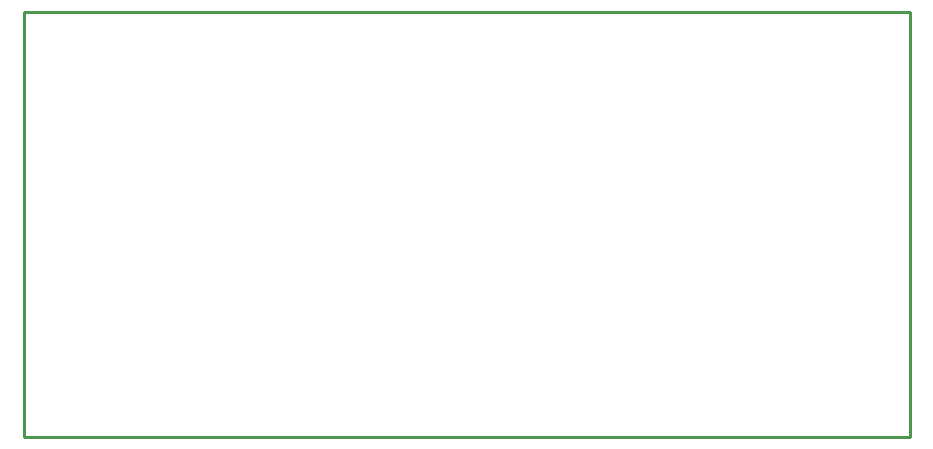
<source format=gbr>
G04 EAGLE Gerber RS-274X export*
G75*
%MOMM*%
%FSLAX34Y34*%
%LPD*%
%IN*%
%IPPOS*%
%AMOC8*
5,1,8,0,0,1.08239X$1,22.5*%
G01*
%ADD10C,0.254000*%


D10*
X-82220Y365760D02*
X667780Y365760D01*
X667780Y725760D01*
X-82220Y725760D01*
X-82220Y365760D01*
M02*

</source>
